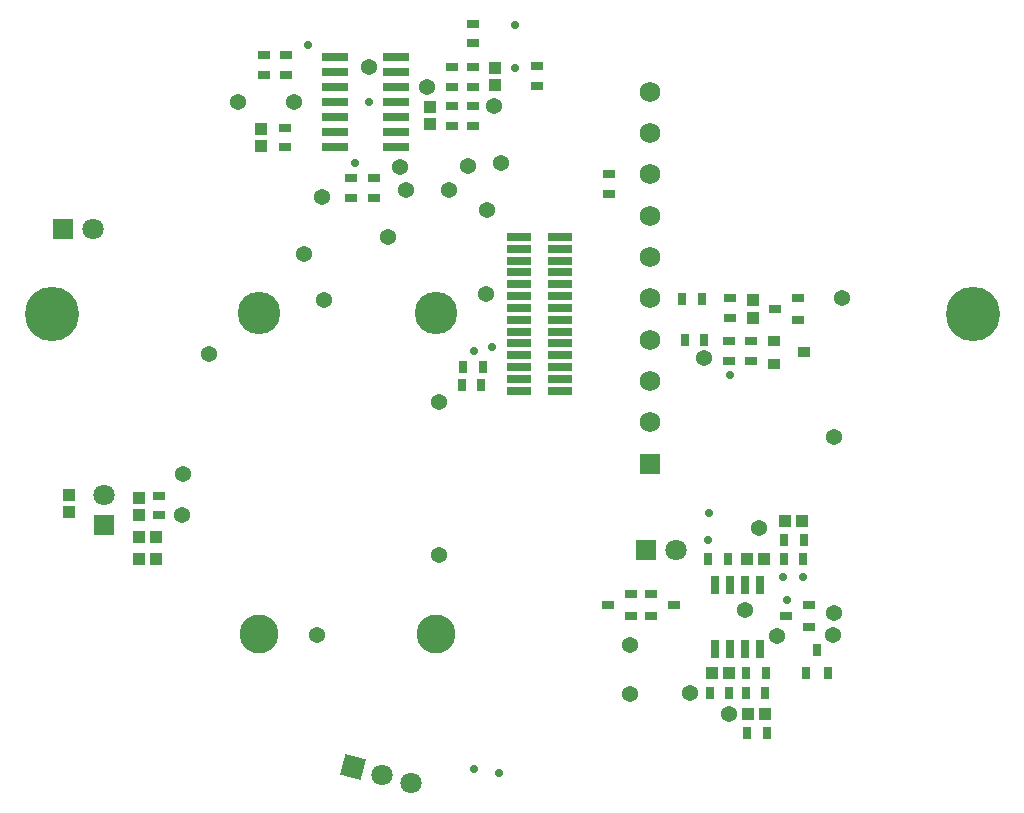
<source format=gbs>
G04*
G04 #@! TF.GenerationSoftware,Altium Limited,Altium Designer,21.4.1 (30)*
G04*
G04 Layer_Color=16711935*
%FSLAX25Y25*%
%MOIN*%
G70*
G04*
G04 #@! TF.SameCoordinates,7338878B-8FB9-4C21-9998-F4A3E03E6E83*
G04*
G04*
G04 #@! TF.FilePolarity,Negative*
G04*
G01*
G75*
%ADD14C,0.18117*%
%ADD15C,0.14173*%
%ADD16C,0.12992*%
%ADD17C,0.07093*%
%ADD18R,0.07093X0.07093*%
%ADD20C,0.06896*%
%ADD21P,0.10031X4X390.0*%
%ADD22R,0.07093X0.07093*%
%ADD23C,0.05400*%
%ADD24C,0.02800*%
%ADD57R,0.04140X0.02605*%
%ADD58R,0.08274X0.02762*%
%ADD59R,0.03156X0.03943*%
%ADD60R,0.04337X0.04337*%
%ADD61R,0.02565X0.06306*%
%ADD62R,0.04337X0.03550*%
%ADD63R,0.02605X0.04140*%
%ADD64R,0.04337X0.04337*%
%ADD65R,0.09061X0.02762*%
%ADD66R,0.03943X0.03156*%
%ADD67R,0.06896X0.06896*%
D14*
X-153543Y0D02*
D03*
X153543D02*
D03*
D15*
X-25548Y118D02*
D03*
X-84564D02*
D03*
D16*
X-25548Y-106890D02*
D03*
X-84564D02*
D03*
D17*
X-139900Y28200D02*
D03*
X-43359Y-153812D02*
D03*
X-33700Y-156400D02*
D03*
X54500Y-78900D02*
D03*
X-136100Y-60500D02*
D03*
D18*
X-149900Y28200D02*
D03*
X44500Y-78900D02*
D03*
D20*
X46000Y-36220D02*
D03*
Y-22441D02*
D03*
Y-8661D02*
D03*
Y5118D02*
D03*
Y18898D02*
D03*
Y32677D02*
D03*
Y46457D02*
D03*
Y60236D02*
D03*
Y74016D02*
D03*
D21*
X-53018Y-151224D02*
D03*
D22*
X-136100Y-70500D02*
D03*
D23*
X64000Y-14900D02*
D03*
X110000Y5400D02*
D03*
X-65200Y-107200D02*
D03*
X-24300Y-80400D02*
D03*
Y-29400D02*
D03*
X-8400Y34500D02*
D03*
X-3600Y50100D02*
D03*
X-8800Y6600D02*
D03*
X-47900Y82200D02*
D03*
X-69500Y19800D02*
D03*
X-72650Y70600D02*
D03*
X-62600Y4500D02*
D03*
X-37300Y49000D02*
D03*
X-35500Y41300D02*
D03*
X-110000Y-67000D02*
D03*
X-109600Y-53400D02*
D03*
X-101100Y-13300D02*
D03*
X-63350Y38900D02*
D03*
X59300Y-126500D02*
D03*
X82300Y-71300D02*
D03*
X107100Y-41100D02*
D03*
X-21200Y41400D02*
D03*
X-14800Y49100D02*
D03*
X-6000Y69400D02*
D03*
X-28500Y75600D02*
D03*
X-91500Y70600D02*
D03*
X-41341Y25559D02*
D03*
X106800Y-107200D02*
D03*
X107100Y-99600D02*
D03*
X77700Y-98600D02*
D03*
X39400Y-126800D02*
D03*
Y-110300D02*
D03*
X72200Y-133500D02*
D03*
X88200Y-107300D02*
D03*
D24*
X72500Y-20500D02*
D03*
X-12800Y-151900D02*
D03*
X-12700Y-12300D02*
D03*
X-6900Y-11000D02*
D03*
X-47700Y70500D02*
D03*
X-52400Y50200D02*
D03*
X-68000Y89600D02*
D03*
X65300Y-75500D02*
D03*
X65600Y-66300D02*
D03*
X1000Y96200D02*
D03*
X900Y81800D02*
D03*
X90400Y-87700D02*
D03*
X97000D02*
D03*
X91600Y-95400D02*
D03*
X-4500Y-153200D02*
D03*
D57*
X95277Y5340D02*
D03*
Y-2140D02*
D03*
X87600Y1600D02*
D03*
X91300Y-100700D02*
D03*
X98977Y-104440D02*
D03*
Y-96960D02*
D03*
X53977Y-97140D02*
D03*
X46300Y-93400D02*
D03*
Y-100880D02*
D03*
X31861Y-97100D02*
D03*
X39539Y-100840D02*
D03*
Y-93360D02*
D03*
D58*
X2110Y-25591D02*
D03*
Y-21654D02*
D03*
Y-17717D02*
D03*
Y-13780D02*
D03*
Y-9843D02*
D03*
Y-5906D02*
D03*
Y-1969D02*
D03*
Y1969D02*
D03*
Y5906D02*
D03*
Y9843D02*
D03*
Y13780D02*
D03*
Y17717D02*
D03*
Y21654D02*
D03*
Y25591D02*
D03*
X15890Y-25591D02*
D03*
Y-21654D02*
D03*
Y-17717D02*
D03*
Y-13780D02*
D03*
Y-9843D02*
D03*
Y-5906D02*
D03*
Y-1969D02*
D03*
Y1969D02*
D03*
Y5906D02*
D03*
Y9843D02*
D03*
Y13780D02*
D03*
Y17717D02*
D03*
Y21654D02*
D03*
Y25591D02*
D03*
D59*
X90500Y-81900D02*
D03*
X97012D02*
D03*
X84812Y-139800D02*
D03*
X78300D02*
D03*
X84412Y-126500D02*
D03*
X77900D02*
D03*
X56744Y5000D02*
D03*
X63256D02*
D03*
X-16300Y-17800D02*
D03*
X-9788D02*
D03*
X-16756Y-23900D02*
D03*
X-10244D02*
D03*
X72400Y-126500D02*
D03*
X65888D02*
D03*
X63956Y-8700D02*
D03*
X57444D02*
D03*
X84556Y-119700D02*
D03*
X78044D02*
D03*
X65288Y-81800D02*
D03*
X71800D02*
D03*
X97200Y-75400D02*
D03*
X90688D02*
D03*
D60*
X78438Y-133400D02*
D03*
X84162D02*
D03*
X78200Y-81900D02*
D03*
X83924D02*
D03*
X-124462Y-74500D02*
D03*
X-118738D02*
D03*
X-124462Y-81800D02*
D03*
X-118738D02*
D03*
X66676Y-119600D02*
D03*
X72400D02*
D03*
X91038Y-69100D02*
D03*
X96762D02*
D03*
D61*
X67500Y-90562D02*
D03*
X72500D02*
D03*
X77500D02*
D03*
X82500D02*
D03*
X67500Y-111822D02*
D03*
X72500D02*
D03*
X77500D02*
D03*
X82500D02*
D03*
D62*
X87288Y-8961D02*
D03*
Y-16639D02*
D03*
X97131Y-12800D02*
D03*
D63*
X105340Y-119739D02*
D03*
X97860D02*
D03*
X101600Y-112061D02*
D03*
D64*
X-83800Y55938D02*
D03*
Y61662D02*
D03*
X-27500Y63138D02*
D03*
Y68862D02*
D03*
X-5900Y76138D02*
D03*
Y81862D02*
D03*
X-147700Y-66162D02*
D03*
Y-60438D02*
D03*
X-124500Y-67062D02*
D03*
Y-61338D02*
D03*
X80400Y4462D02*
D03*
Y-1262D02*
D03*
D65*
X-38700Y85500D02*
D03*
Y70500D02*
D03*
Y55500D02*
D03*
Y80500D02*
D03*
Y75500D02*
D03*
Y65500D02*
D03*
Y60500D02*
D03*
X-59172Y70500D02*
D03*
Y85500D02*
D03*
Y55500D02*
D03*
Y80500D02*
D03*
Y75500D02*
D03*
Y65500D02*
D03*
Y60500D02*
D03*
D66*
X-13100Y96712D02*
D03*
Y90200D02*
D03*
X-75300Y86256D02*
D03*
Y79744D02*
D03*
X-75600Y62056D02*
D03*
Y55544D02*
D03*
X-53700Y45256D02*
D03*
Y38744D02*
D03*
X-46000Y45256D02*
D03*
Y38744D02*
D03*
X-20200Y69256D02*
D03*
Y62744D02*
D03*
Y75744D02*
D03*
Y82256D02*
D03*
X-13000Y69256D02*
D03*
Y62744D02*
D03*
X8300Y82456D02*
D03*
Y75944D02*
D03*
X-82900Y79744D02*
D03*
Y86256D02*
D03*
X-13100Y82256D02*
D03*
Y75744D02*
D03*
X32100Y46556D02*
D03*
Y40044D02*
D03*
X79500Y-15656D02*
D03*
Y-9144D02*
D03*
X72400Y-9200D02*
D03*
Y-15712D02*
D03*
X-117800Y-60600D02*
D03*
Y-67112D02*
D03*
X72600Y-1400D02*
D03*
Y5112D02*
D03*
D67*
X46000Y-50000D02*
D03*
M02*

</source>
